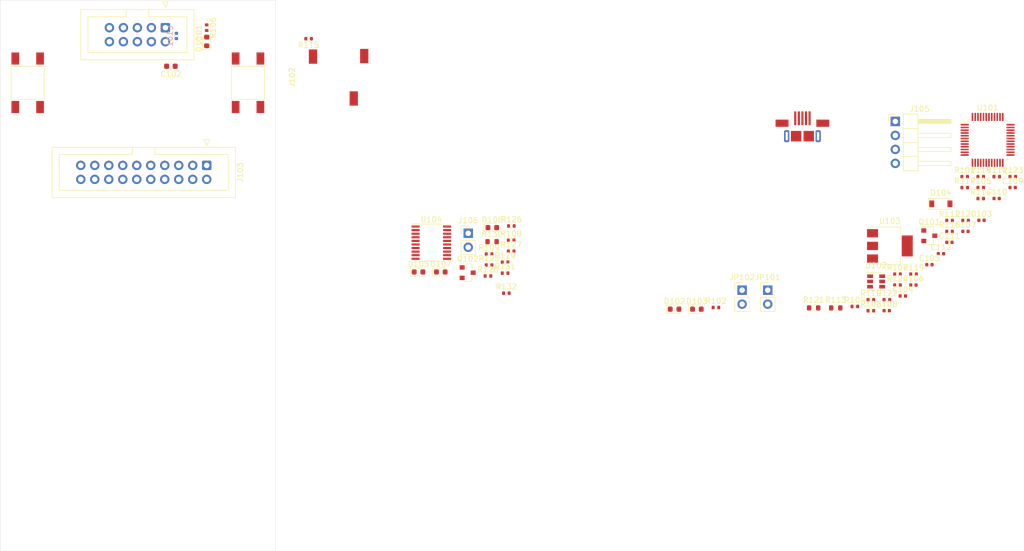
<source format=kicad_pcb>
(kicad_pcb (version 20211014) (generator pcbnew)
  (layers (0 "F.Cu" signal) (31 "B.Cu" power) (34 "B.Paste" user) (35 "F.Paste" user) (36 "B.SilkS" user "B.Silkscreen") (37 "F.SilkS" user "F.Silkscreen") (38 "B.Mask" user) (39 "F.Mask" user) (44 "Edge.Cuts" user))
  (net 0 "")
  (net 1 "GND")
  (net 2 "VDD")
  (net 3 "/STM_RST")
  (net 4 "MCO")
  (net 5 "+3V3")
  (net 6 "Net-(C109-Pad1)")
  (net 7 "Net-(D101-Pad2)")
  (net 8 "~{DBGLEDn}")
  (net 9 "Net-(D102-Pad2)")
  (net 10 "Net-(D103-Pad1)")
  (net 11 "VBUS")
  (net 12 "+5V")
  (net 13 "SWDIO")
  (net 14 "SWCLK")
  (net 15 "~{RESETn}")
  (net 16 "DBGUART_TX")
  (net 17 "DBGUART_RX")
  (net 18 "FORCE_BL")
  (net 19 "Net-(J102-Pad2)")
  (net 20 "Net-(J103-Pad2)")
  (net 21 "Net-(J103-Pad11)")
  (net 22 "Net-(J103-Pad5)")
  (net 23 "Net-(J103-Pad3)")
  (net 24 "Net-(J104-Pad4)")
  (net 25 "Net-(J104-Pad3)")
  (net 26 "Net-(J104-Pad2)")
  (net 27 "/STM_JTCK")
  (net 28 "/STM_JTMS")
  (net 29 "Net-(JP101-Pad2)")
  (net 30 "/PWR_EXT")
  (net 31 "Net-(Q101-Pad2)")
  (net 32 "Net-(Q101-Pad1)")
  (net 33 "/BOOT0")
  (net 34 "Net-(R103-Pad1)")
  (net 35 "Net-(R104-Pad2)")
  (net 36 "/AIN_1")
  (net 37 "STLINK_TX")
  (net 38 "STLINK_RX")
  (net 39 "Net-(R111-Pad1)")
  (net 40 "/T_JTMS")
  (net 41 "/T_SWDIO_IN")
  (net 42 "/LED_STLINK")
  (net 43 "/~{USB_RENUMn}")
  (net 44 "/USB_DM")
  (net 45 "/USB_DP")
  (net 46 "Net-(U101-Pad46)")
  (net 47 "Net-(U101-Pad45)")
  (net 48 "Net-(U101-Pad43)")
  (net 49 "Net-(U101-Pad42)")
  (net 50 "Net-(U101-Pad41)")
  (net 51 "Net-(U101-Pad40)")
  (net 52 "/T_SWO")
  (net 53 "/PWR_ENn")
  (net 54 "/T_JTCK")
  (net 55 "Net-(U101-Pad22)")
  (net 56 "Net-(U101-Pad19)")
  (net 57 "/T_NRST")
  (net 58 "/T_JTDI")
  (net 59 "/T_JTDO")
  (net 60 "Net-(U101-Pad14)")
  (net 61 "Net-(U101-Pad11)")
  (net 62 "/OSC_OUT")
  (net 63 "/OSC_IN")
  (net 64 "Net-(U101-Pad4)")
  (net 65 "Net-(D105-Pad2)")
  (net 66 "Net-(D106-Pad2)")
  (net 67 "Net-(D107-Pad2)")
  (net 68 "/SWO")
  (net 69 "/ST_OE")
  (net 70 "Net-(R108-Pad1)")
  (net 71 "Net-(R109-Pad1)")
  (net 72 "Net-(R125-Pad1)")
  (net 73 "Net-(U104-Pad10)")
  (net 74 "Net-(U104-Pad9)")
  (footprint "LED_SMD:LED_0603_1608Metric" (layer "F.Cu") (at 125.95 99.35)
    (fp_text reference "D105" (at 0 -1.43) (layer "F.SilkS"))
    (fp_text value "White 0603")
    (pad "1" smd roundrect locked (at -0.7875 0) (size 0.875 0.95) (layers "F.Cu" "F.Paste" "F.Mask") (net 1 "GND"))
    (pad "2" smd roundrect locked (at 0.7875 0) (size 0.875 0.95) (layers "F.Cu" "F.Paste" "F.Mask") (net 65 "Net-(D105-Pad2)"))
  )
  (footprint "LED_SMD:LED_0603_1608Metric" (layer "F.Cu") (at 139.35 91.3)
    (fp_text reference "D106" (at 0 -1.43) (layer "F.SilkS"))
    (fp_text value "White 0603")
    (pad "1" smd roundrect locked (at -0.7875 0) (size 0.875 0.95) (layers "F.Cu" "F.Paste" "F.Mask") (net 1 "GND"))
    (pad "2" smd roundrect locked (at 0.7875 0) (size 0.875 0.95) (layers "F.Cu" "F.Paste" "F.Mask") (net 66 "Net-(D106-Pad2)"))
  )
  (footprint "LED_SMD:LED_0603_1608Metric" (layer "F.Cu") (at 130 99.35)
    (fp_text reference "D107" (at 0 -1.43) (layer "F.SilkS"))
    (fp_text value "White 0603")
    (pad "1" smd roundrect locked (at -0.7875 0) (size 0.875 0.95) (layers "F.Cu" "F.Paste" "F.Mask") (net 1 "GND"))
    (pad "2" smd roundrect locked (at 0.7875 0) (size 0.875 0.95) (layers "F.Cu" "F.Paste" "F.Mask") (net 67 "Net-(D107-Pad2)"))
  )
  (footprint "Connector_PinHeader_2.54mm:PinHeader_1x02_P2.54mm_Vertical" (layer "F.Cu") (at 134.98 92.33)
    (fp_text reference "J106" (at 0 -2.33) (layer "F.SilkS"))
    (fp_text value "Conn_01x02")
    (pad "1" thru_hole rect locked (at 0 0) (size 1.7 1.7) (drill 1) (layers *.Cu *.Mask) (net 68 "/SWO"))
    (pad "2" thru_hole oval locked (at 0 2.54) (size 1.7 1.7) (drill 1) (layers *.Cu *.Mask) (net 1 "GND"))
  )
  (footprint "Package_TO_SOT_SMD:SOT-23" (layer "F.Cu") (at 134.88 99.48)
    (fp_text reference "Q102" (at 0 -2.5) (layer "F.SilkS"))
    (fp_text value "AO3400A")
    (pad "1" smd rect locked (at -1 -0.95) (size 0.9 0.8) (layers "F.Cu" "F.Paste" "F.Mask") (net 12 "+5V"))
    (pad "2" smd rect locked (at -1 0.95) (size 0.9 0.8) (layers "F.Cu" "F.Paste" "F.Mask") (net 1 "GND"))
    (pad "3" smd rect locked (at 1 0) (size 0.9 0.8) (layers "F.Cu" "F.Paste" "F.Mask") (net 69 "/ST_OE"))
  )
  (footprint "Resistor_SMD:R_0402_1005Metric" (layer "F.Cu") (at 142.77 93.59)
    (fp_text reference "R108" (at 0 -1.17) (layer "F.SilkS"))
    (fp_text value "100R")
    (pad "1" smd roundrect locked (at -0.51 0) (size 0.54 0.64) (layers "F.Cu" "F.Paste" "F.Mask") (net 70 "Net-(R108-Pad1)"))
    (pad "2" smd roundrect locked (at 0.51 0) (size 0.54 0.64) (layers "F.Cu" "F.Paste" "F.Mask") (net 17 "DBGUART_RX"))
  )
  (footprint "Resistor_SMD:R_0402_1005Metric" (layer "F.Cu") (at 138.76 96.1)
    (fp_text reference "R109" (at 0 -1.17) (layer "F.SilkS"))
    (fp_text value "10k")
    (pad "1" smd roundrect locked (at -0.51 0) (size 0.54 0.64) (layers "F.Cu" "F.Paste" "F.Mask") (net 71 "Net-(R109-Pad1)"))
    (pad "2" smd roundrect locked (at 0.51 0) (size 0.54 0.64) (layers "F.Cu" "F.Paste" "F.Mask") (net 1 "GND"))
  )
  (footprint "Resistor_SMD:R_0402_1005Metric" (layer "F.Cu") (at 138.76 98.09)
    (fp_text reference "R125" (at 0 -1.17) (layer "F.SilkS"))
    (fp_text value "10k")
    (pad "1" smd roundrect locked (at -0.51 0) (size 0.54 0.64) (layers "F.Cu" "F.Paste" "F.Mask") (net 72 "Net-(R125-Pad1)"))
    (pad "2" smd roundrect locked (at 0.51 0) (size 0.54 0.64) (layers "F.Cu" "F.Paste" "F.Mask") (net 1 "GND"))
  )
  (footprint "Resistor_SMD:R_0402_1005Metric" (layer "F.Cu") (at 142.81 91)
    (fp_text reference "R126" (at 0 -1.17) (layer "F.SilkS"))
    (fp_text value "100R")
    (pad "1" smd roundrect locked (at -0.51 0) (size 0.54 0.64) (layers "F.Cu" "F.Paste" "F.Mask") (net 17 "DBGUART_RX"))
    (pad "2" smd roundrect locked (at 0.51 0) (size 0.54 0.64) (layers "F.Cu" "F.Paste" "F.Mask") (net 22 "Net-(J103-Pad5)"))
  )
  (footprint "Resistor_SMD:R_0402_1005Metric" (layer "F.Cu") (at 142.77 95.58)
    (fp_text reference "R127" (at 0 -1.17) (layer "F.SilkS"))
    (fp_text value "100R")
    (pad "1" smd roundrect locked (at -0.51 0) (size 0.54 0.64) (layers "F.Cu" "F.Paste" "F.Mask") (net 66 "Net-(D106-Pad2)"))
    (pad "2" smd roundrect locked (at 0.51 0) (size 0.54 0.64) (layers "F.Cu" "F.Paste" "F.Mask") (net 5 "+3V3"))
  )
  (footprint "Resistor_SMD:R_0402_1005Metric" (layer "F.Cu") (at 138.56 100.08)
    (fp_text reference "R128" (at 0 -1.17) (layer "F.SilkS"))
    (fp_text value "100R")
    (pad "1" smd roundrect locked (at -0.51 0) (size 0.54 0.64) (layers "F.Cu" "F.Paste" "F.Mask") (net 67 "Net-(D107-Pad2)"))
    (pad "2" smd roundrect locked (at 0.51 0) (size 0.54 0.64) (layers "F.Cu" "F.Paste" "F.Mask") (net 2 "VDD"))
  )
  (footprint "Resistor_SMD:R_0402_1005Metric" (layer "F.Cu") (at 141.67 97.57)
    (fp_text reference "R129" (at 0 -1.17) (layer "F.SilkS"))
    (fp_text value "10k")
    (pad "1" smd roundrect locked (at -0.51 0) (size 0.54 0.64) (layers "F.Cu" "F.Paste" "F.Mask") (net 5 "+3V3"))
    (pad "2" smd roundrect locked (at 0.51 0) (size 0.54 0.64) (layers "F.Cu" "F.Paste" "F.Mask") (net 69 "/ST_OE"))
  )
  (footprint "Resistor_SMD:R_0603_1608Metric" (layer "F.Cu") (at 139.31 93.85)
    (fp_text reference "R130" (at 0 -1.43) (layer "F.SilkS"))
    (fp_text value "2k7")
    (pad "1" smd roundrect locked (at -0.825 0) (size 0.8 0.95) (layers "F.Cu" "F.Paste" "F.Mask") (net 65 "Net-(D105-Pad2)"))
    (pad "2" smd roundrect locked (at 0.825 0) (size 0.8 0.95) (layers "F.Cu" "F.Paste" "F.Mask") (net 12 "+5V"))
  )
  (footprint "Resistor_SMD:R_0402_1005Metric" (layer "F.Cu") (at 141.67 99.56)
    (fp_text reference "R131" (at 0 -1.17) (layer "F.SilkS"))
    (fp_text value "100k")
    (pad "1" smd roundrect locked (at -0.51 0) (size 0.54 0.64) (layers "F.Cu" "F.Paste" "F.Mask") (net 1 "GND"))
    (pad "2" smd roundrect locked (at 0.51 0) (size 0.54 0.64) (layers "F.Cu" "F.Paste" "F.Mask") (net 12 "+5V"))
  )
  (footprint "Package_SO:TSSOP-20_4.4x6.5mm_P0.65mm" (layer "F.Cu") (at 128.28 94.03)
    (fp_text reference "U104" (at 0 -4.2) (layer "F.SilkS"))
    (fp_text value "TXB0108PWR")
    (pad "1" smd roundrect locked (at -2.8625 -2.925) (size 1.475 0.4) (layers "F.Cu" "F.Paste" "F.Mask") (net 14 "SWCLK"))
    (pad "2" smd roundrect locked (at -2.8625 -2.275) (size 1.475 0.4) (layers "F.Cu" "F.Paste" "F.Mask") (net 13 "SWDIO"))
    (pad "3" smd roundrect locked (at -2.8625 -1.625) (size 1.475 0.4) (layers "F.Cu" "F.Paste" "F.Mask") (net 70 "Net-(R108-Pad1)"))
    (pad "4" smd roundrect locked (at -2.8625 -0.975) (size 1.475 0.4) (layers "F.Cu" "F.Paste" "F.Mask") (net 16 "DBGUART_TX"))
    (pad "5" smd roundrect locked (at -2.8625 -0.325) (size 1.475 0.4) (layers "F.Cu" "F.Paste" "F.Mask") (net 2 "VDD"))
    (pad "6" smd roundrect locked (at -2.8625 0.325) (size 1.475 0.4) (layers "F.Cu" "F.Paste" "F.Mask") (net 69 "/ST_OE"))
    (pad "7" smd roundrect locked (at -2.8625 0.975) (size 1.475 0.4) (layers "F.Cu" "F.Paste" "F.Mask") (net 15 "~{RESETn}"))
    (pad "8" smd roundrect locked (at -2.8625 1.625) (size 1.475 0.4) (layers "F.Cu" "F.Paste" "F.Mask") (net 68 "/SWO"))
    (pad "9" smd roundrect locked (at -2.8625 2.275) (size 1.475 0.4) (layers "F.Cu" "F.Paste" "F.Mask") (net 74 "Net-(U104-Pad9)"))
    (pad "10" smd roundrect locked (at -2.8625 2.925) (size 1.475 0.4) (layers "F.Cu" "F.Paste" "F.Mask") (net 73 "Net-(U104-Pad10)"))
    (pad "11" smd roundrect locked (at 2.8625 2.925) (size 1.475 0.4) (layers "F.Cu" "F.Paste" "F.Mask") (net 72 "Net-(R125-Pad1)"))
    (pad "12" smd roundrect locked (at 2.8625 2.275) (size 1.475 0.4) (layers "F.Cu" "F.Paste" "F.Mask") (net 71 "Net-(R109-Pad1)"))
    (pad "13" smd roundrect locked (at 2.8625 1.625) (size 1.475 0.4) (layers "F.Cu" "F.Paste" "F.Mask") (net 52 "/T_SWO"))
    (pad "14" smd roundrect locked (at 2.8625 0.975) (size 1.475 0.4) (layers "F.Cu" "F.Paste" "F.Mask") (net 57 "/T_NRST"))
    (pad "15" smd roundrect locked (at 2.8625 0.325) (size 1.475 0.4) (layers "F.Cu" "F.Paste" "F.Mask") (net 1 "GND"))
    (pad "16" smd roundrect locked (at 2.8625 -0.325) (size 1.475 0.4) (layers "F.Cu" "F.Paste" "F.Mask") (net 5 "+3V3"))
    (pad "17" smd roundrect locked (at 2.8625 -0.975) (size 1.475 0.4) (layers "F.Cu" "F.Paste" "F.Mask") (net 38 "STLINK_RX"))
    (pad "18" smd roundrect locked (at 2.8625 -1.625) (size 1.475 0.4) (layers "F.Cu" "F.Paste" "F.Mask") (net 37 "STLINK_TX"))
    (pad "19" smd roundrect locked (at 2.8625 -2.275) (size 1.475 0.4) (layers "F.Cu" "F.Paste" "F.Mask") (net 40 "/T_JTMS"))
    (pad "20" smd roundrect locked (at 2.8625 -2.925) (size 1.475 0.4) (layers "F.Cu" "F.Paste" "F.Mask") (net 54 "/T_JTCK"))
  )
  (footprint "Resistor_SMD:R_0402_1005Metric" (layer "F.Cu") (at 141.9 103.2)
    (fp_text reference "R132" (at 0 -1.17) (layer "F.SilkS"))
    (fp_text value "100k")
    (pad "1" smd roundrect locked (at -0.51 0) (size 0.54 0.64) (layers "F.Cu" "F.Paste" "F.Mask") (net 1 "GND"))
    (pad "2" smd roundrect locked (at 0.51 0) (size 0.54 0.64) (layers "F.Cu" "F.Paste" "F.Mask") (net 69 "/ST_OE"))
  )
  (footprint "Capacitor_SMD:C_0603_1608Metric" (layer "F.Cu") (at 81 62 180)
    (fp_text reference "C102" (at 0 -1.43) (layer "F.SilkS"))
    (fp_text value "10uF/10V")
    (pad "1" smd roundrect locked (at -0.775 0 180) (size 0.9 0.95) (layers "F.Cu" "F.Paste" "F.Mask") (net 2 "VDD"))
    (pad "2" smd roundrect locked (at 0.775 0 180) (size 0.9 0.95) (layers "F.Cu" "F.Paste" "F.Mask") (net 1 "GND"))
  )
  (footprint "Capacitor_SMD:C_0402_1005Metric" (layer "F.Cu") (at 228.16 89.97)
    (fp_text reference "C103" (at 0 -1.16) (layer "F.SilkS"))
    (fp_text value "100nF")
    (pad "1" smd roundrect locked (at -0.48 0) (size 0.56 0.62) (layers "F.Cu" "F.Paste" "F.Mask") (net 3 "/STM_RST"))
    (pad "2" smd roundrect locked (at 0.48 0) (size 0.56 0.62) (layers "F.Cu" "F.Paste" "F.Mask") (net 1 "GND"))
  )
  (footprint "Capacitor_SMD:C_0402_1005Metric" (layer "F.Cu") (at 213.87 103.71)
    (fp_text reference "C104" (at 0 -1.16) (layer "F.SilkS"))
    (fp_text value "20pF [DNM]")
    (pad "1" smd roundrect locked (at -0.48 0) (size 0.56 0.62) (layers "F.Cu" "F.Paste" "F.Mask") (net 1 "GND"))
    (pad "2" smd roundrect locked (at 0.48 0) (size 0.56 0.62) (layers "F.Cu" "F.Paste" "F.Mask") (net 4 "MCO"))
  )
  (footprint "Capacitor_SMD:C_0402_1005Metric" (layer "F.Cu") (at 218.71 98.02)
    (fp_text reference "C105" (at 0 -1.16) (layer "F.SilkS"))
    (fp_text value "100nF")
    (pad "1" smd roundrect locked (at -0.48 0) (size 0.56 0.62) (layers "F.Cu" "F.Paste" "F.Mask") (net 5 "+3V3"))
    (pad "2" smd roundrect locked (at 0.48 0) (size 0.56 0.62) (layers "F.Cu" "F.Paste" "F.Mask") (net 1 "GND"))
  )
  (footprint "Capacitor_SMD:C_0402_1005Metric" (layer "F.Cu") (at 215.8 101.72)
    (fp_text reference "C106" (at 0 -1.16) (layer "F.SilkS"))
    (fp_text value "100nF")
    (pad "1" smd roundrect locked (at -0.48 0) (size 0.56 0.62) (layers "F.Cu" "F.Paste" "F.Mask") (net 5 "+3V3"))
    (pad "2" smd roundrect locked (at 0.48 0) (size 0.56 0.62) (layers "F.Cu" "F.Paste" "F.Mask") (net 1 "GND"))
  )
  (footprint "Capacitor_SMD:C_0402_1005Metric" (layer "F.Cu") (at 225.25 91.98)
    (fp_text reference "C107" (at 0 -1.16) (layer "F.SilkS"))
    (fp_text value "100nF")
    (pad "1" smd roundrect locked (at -0.48 0) (size 0.56 0.62) (layers "F.Cu" "F.Paste" "F.Mask") (net 5 "+3V3"))
    (pad "2" smd roundrect locked (at 0.48 0) (size 0.56 0.62) (layers "F.Cu" "F.Paste" "F.Mask") (net 1 "GND"))
  )
  (footprint "Capacitor_SMD:C_0402_1005Metric" (layer "F.Cu") (at 210.96 106.37)
    (fp_text reference "C108" (at 0 -1.16) (layer "F.SilkS"))
    (fp_text value "100nF")
    (pad "1" smd roundrect locked (at -0.48 0) (size 0.56 0.62) (layers "F.Cu" "F.Paste" "F.Mask") (net 5 "+3V3"))
    (pad "2" smd roundrect locked (at 0.48 0) (size 0.56 0.62) (layers "F.Cu" "F.Paste" "F.Mask") (net 1 "GND"))
  )
  (footprint "Capacitor_SMD:C_0402_1005Metric" (layer "F.Cu") (at 233.82 84.02)
    (fp_text reference "C109" (at 0 -1.16) (layer "F.SilkS"))
    (fp_text value "1uF")
    (pad "1" smd roundrect locked (at -0.48 0) (size 0.56 0.62) (layers "F.Cu" "F.Paste" "F.Mask") (net 6 "Net-(C109-Pad1)"))
    (pad "2" smd roundrect locked (at 0.48 0) (size 0.56 0.62) (layers "F.Cu" "F.Paste" "F.Mask") (net 1 "GND"))
  )
  (footprint "Capacitor_SMD:C_0402_1005Metric" (layer "F.Cu") (at 230.91 86.01)
    (fp_text reference "C110" (at 0 -1.16) (layer "F.SilkS"))
    (fp_text value "100nF")
    (pad "1" smd roundrect locked (at -0.48 0) (size 0.56 0.62) (layers "F.Cu" "F.Paste" "F.Mask") (net 6 "Net-(C109-Pad1)"))
    (pad "2" smd roundrect locked (at 0.48 0) (size 0.56 0.62) (layers "F.Cu" "F.Paste" "F.Mask") (net 1 "GND"))
  )
  (footprint "Capacitor_SMD:C_0402_1005Metric" (layer "F.Cu") (at 222.34 93.97)
    (fp_text reference "C111" (at 0 -1.16) (layer "F.SilkS"))
    (fp_text value "100nF")
    (pad "1" smd roundrect locked (at -0.48 0) (size 0.56 0.62) (layers "F.Cu" "F.Paste" "F.Mask") (net 5 "+3V3"))
    (pad "2" smd roundrect locked (at 0.48 0) (size 0.56 0.62) (layers "F.Cu" "F.Paste" "F.Mask") (net 1 "GND"))
  )
  (footprint "Capacitor_SMD:C_0402_1005Metric" (layer "F.Cu") (at 220.8 96.03)
    (fp_text reference "C112" (at 0 -1.16) (layer "F.SilkS"))
    (fp_text value "1uF")
    (pad "1" smd roundrect locked (at -0.48 0) (size 0.56 0.62) (layers "F.Cu" "F.Paste" "F.Mask") (net 5 "+3V3"))
    (pad "2" smd roundrect locked (at 0.48 0) (size 0.56 0.62) (layers "F.Cu" "F.Paste" "F.Mask") (net 1 "GND"))
  )
  (footprint "LED_SMD:LED_0603_1608Metric" (layer "F.Cu") (at 87.5 57.5 90)
    (fp_text reference "D101" (at 0 -1.43 90) (layer "F.SilkS"))
    (fp_text value "Red 0603")
    (pad "1" smd roundrect locked (at -0.7875 0 90) (size 0.875 0.95) (layers "F.Cu" "F.Paste" "F.Mask") (net 8 "~{DBGLEDn}"))
    (pad "2" smd roundrect locked (at 0.7875 0 90) (size 0.875 0.95) (layers "F.Cu" "F.Paste" "F.Mask") (net 7 "Net-(D101-Pad2)"))
  )
  (footprint "LED_SMD:LED_0603_1608Metric" (layer "F.Cu") (at 172.44 106.1)
    (fp_text reference "D102" (at 0 -1.43) (layer "F.SilkS"))
    (fp_text value "Red 0603")
    (pad "1" smd roundrect locked (at -0.7875 0) (size 0.875 0.95) (layers "F.Cu" "F.Paste" "F.Mask") (net 1 "GND"))
    (pad "2" smd roundrect locked (at 0.7875 0) (size 0.875 0.95) (layers "F.Cu" "F.Paste" "F.Mask") (net 9 "Net-(D102-Pad2)"))
  )
  (footprint "LED_SMD:LED_0603_1608Metric" (layer "F.Cu") (at 176.49 106.1)
    (fp_text reference "D103" (at 0 -1.43) (layer "F.SilkS"))
    (fp_text value "Green 0603")
    (pad "1" smd roundrect locked (at -0.7875 0) (size 0.875 0.95) (layers "F.Cu" "F.Paste" "F.Mask") (net 10 "Net-(D103-Pad1)"))
    (pad "2" smd roundrect locked (at 0.7875 0) (size 0.875 0.95) (layers "F.Cu" "F.Paste" "F.Mask") (net 5 "+3V3"))
  )
  (footprint "Diode_SMD:D_SOD-123" (layer "F.Cu") (at 220.78 86.97)
    (fp_text reference "D104" (at 0 -2) (layer "F.SilkS"))
    (fp_text value "B5819W")
    (pad "1" smd rect locked (at -1.65 0) (size 0.9 1.2) (layers "F.Cu" "F.Paste" "F.Mask") (net 6 "Net-(C109-Pad1)"))
    (pad "2" smd rect locked (at 1.65 0) (size 0.9 1.2) (layers "F.Cu" "F.Paste" "F.Mask") (net 11 "VBUS"))
  )
  (footprint "Connector_IDC:IDC-Header_2x05_P2.54mm_Vertical" (layer "F.Cu") (at 80 55 -90)
    (fp_text reference "J101" (at 1.27 -6.1 90) (layer "F.SilkS"))
    (fp_text value "IDC_2x5")
    (pad "1" thru_hole roundrect locked (at 0 0 270) (size 1.7 1.7) (drill 1) (layers *.Cu *.Mask) (roundrect_rratio 0.147059) (net 2 "VDD"))
    (pad "2" thru_hole circle locked (at 2.54 0 270) (size 1.7 1.7) (drill 1) (layers *.Cu *.Mask) (net 1 "GND"))
    (pad "3" thru_hole circle locked (at 0 2.54 270) (size 1.7 1.7) (drill 1) (layers *.Cu *.Mask) (net 18 "FORCE_BL"))
    (pad "4" thru_hole circle locked (at 2.54 2.54 270) (size 1.7 1.7) (drill 1) (layers *.Cu *.Mask) (net 14 "SWCLK"))
    (pad "5" thru_hole circle locked (at 0 5.08 270) (size 1.7 1.7) (drill 1) (layers *.Cu *.Mask) (net 17 "DBGUART_RX"))
    (pad "6" thru_hole circle locked (at 2.54 5.08 270) (size 1.7 1.7) (drill 1) (layers *.Cu *.Mask) (net 8 "~{DBGLEDn}"))
    (pad "7" thru_hole circle locked (at 0 7.62 270) (size 1.7 1.7) (drill 1) (layers *.Cu *.Mask) (net 16 "DBGUART_TX"))
    (pad "8" thru_hole circle locked (at 2.54 7.62 270) (size 1.7 1.7) (drill 1) (layers *.Cu *.Mask) (net 13 "SWDIO"))
    (pad "9" thru_hole circle locked (at 0 10.16 270) (size 1.7 1.7) (drill 1) (layers *.Cu *.Mask) (net 15 "~{RESETn}"))
    (pad "10" thru_hole circle locked (at 2.54 10.16 270) (size 1.7 1.7) (drill 1) (layers *.Cu *.Mask) (net 1 "GND"))
  )
  (footprint "customlib_mj_fp:STX3501_smd" (layer "F.Cu") (at 115 64 -90)
    (fp_text reference "J102" (at 0 12 90) (layer "F.SilkS"))
    (fp_text value "STX-3501-3N_(TTL-232R-xV-AJ)" hide)
    (pad "" np_thru_hole circle locked (at 0 7 270) (size 1.6 1.6) (drill 1.6) (layers *.Cu *.Mask))
    (pad "" np_thru_hole circle locked (at 0 0 270) (size 1.6 1.6) (drill 1.6) (layers *.Cu *.Mask))
    (pad "1" smd rect locked (at -3.85 -1.1 270) (size 2.6 1.5) (layers "F.Cu" "F.Paste" "F.Mask") (net 1 "GND"))
    (pad "2" smd rect locked (at -3.75 8.2 270) (size 2.6 1.5) (layers "F.Cu" "F.Paste" "F.Mask") (net 19 "Net-(J102-Pad2)"))
    (pad "3" smd rect locked (at 3.85 0.8 270) (size 2.6 1.5) (layers "F.Cu" "F.Paste" "F.Mask") (net 16 "DBGUART_TX"))
  )
  (footprint "Connector_IDC:IDC-Header_2x10_P2.54mm_Vertical" (layer "F.Cu") (at 87.5 80 -90)
    (fp_text reference "J103" (at 1.27 -6.1 90) (layer "F.SilkS"))
    (fp_text value "JLink 20-pin IDC")
    (pad "1" thru_hole roundrect locked (at 0 0 270) (size 1.7 1.7) (drill 1) (layers *.Cu *.Mask) (roundrect_rratio 0.147059) (net 2 "VDD"))
    (pad "2" thru_hole circle locked (at 2.54 0 270) (size 1.7 1.7) (drill 1) (layers *.Cu *.Mask) (net 20 "Net-(J103-Pad2)"))
    (pad "3" thru_hole circle locked (at 0 2.54 270) (size 1.7 1.7) (drill 1) (layers *.Cu *.Mask) (net 23 "Net-(J103-Pad3)"))
    (pad "4" thru_hole circle locked (at 2.54 2.54 270) (size 1.7 1.7) (drill 1) (layers *.Cu *.Mask) (net 1 "GND"))
    (pad "5" thru_hole circle locked (at 0 5.08 270) (size 1.7 1.7) (drill 1) (layers *.Cu *.Mask) (net 22 "Net-(J103-Pad5)"))
    (pad "6" thru_hole circle locked (at 2.54 5.08 270) (size 1.7 1.7) (drill 1) (layers *.Cu *.Mask) (net 1 "GND"))
    (pad "7" thru_hole circle locked (at 0 7.62 270) (size 1.7 1.7) (drill 1) (layers *.Cu *.Mask) (net 13 "SWDIO"))
    (pad "8" thru_hole circle locked (at 2.54 7.62 270) (size 1.7 1.7) (drill 1) (layers *.Cu *.Mask) (net 1 "GND"))
    (pad "9" thru_hole circle locked (at 0 10.16 270) (size 1.7 1.7) (drill 1) (layers *.Cu *.Mask) (net 14 "SWCLK"))
    (pad "10" thru_hole circle locked (at 2.54 10.16 270) (size 1.7 1.7) (drill 1) (layers *.Cu *.Mask) (net 1 "GND"))
    (pad "11" thru_hole circle locked (at 0 12.7 270) (size 1.7 1.7) (drill 1) (layers *.Cu *.Mask) (net 21 "Net-(J103-Pad11)"))
    (pad "12" thru_hole circle locked (at 2.54 12.7 270) (size 1.7 1.7) (drill 1) (layers *.Cu *.Mask) (net 1 "GND"))
    (pad "13" thru_hole circle locked (at 0 15.24 270) (size 1.7 1.7) (drill 1) (layers *.Cu *.Mask) (net 68 "/SWO"))
    (pad "14" thru_hole circle locked (at 2.54 15.24 270) (size 1.7 1.7) (drill 1) (layers *.Cu *.Mask) (net 1 "GND"))
    (pad "15" thru_hole circle locked (at 0 17.78 270) (size 1.7 1.7) (drill 1) (layers *.Cu *.Mask) (net 15 "~{RESETn}"))
    (pad "16" thru_hole circle locked (at 2.54 17.78 270) (size 1.7 1.7) (drill 1) (layers *.Cu *.Mask) (net 1 "GND"))
    (pad "17" thru_hole circle locked (at 0 20.32 270) (size 1.7 1.7) (drill 1) (layers *.Cu *.Mask) (net 16 "DBGUART_TX"))
    (pad "18" thru_hole circle locked (at 2.54 20.32 270) (size 1.7 1.7) (drill 1) (layers *.Cu *.Mask) (net 1 "GND"))
    (pad "19" thru_hole circle locked (at 0 22.86 270) (size 1.7 1.7) (drill 1) (layers *.Cu *.Mask) (net 12 "+5V"))
    (pad "20" thru_hole circle locked (at 2.54 22.86 270) (size 1.7 1.7) (drill 1) (layers *.Cu *.Mask) (net 1 "GND"))
  )
  (footprint "customlib_mj_fp:microUSB_5p-LCSC-Jing_Extension" (layer "F.Cu") (at 195.65 76.144999)
    (fp_text reference "J104" hide)
    (fp_text value "microUSB_5p" hide)
    (pad "" np_thru_hole circle locked (at 2 -3.6) (size 0.6 0.6) (drill 0.6) (layers *.Cu *.Mask))
    (pad "" np_thru_hole circle locked (at -2 -3.6) (size 0.6 0.6) (drill 0.6) (layers *.Cu *.Mask))
    (pad "1" smd rect locked (at -1.3 -4.7) (size 0.4 2.5) (layers "F.Cu" "F.Paste" "F.Mask") (net 11 "VBUS"))
    (pad "2" smd rect locked (at -0.65 -4.7) (size 0.4 2.5) (layers "F.Cu" "F.Paste" "F.Mask") (net 26 "Net-(J104-Pad2)"))
    (pad "3" smd rect locked (at 0 -4.7) (size 0.4 2.5) (layers "F.Cu" "F.Paste" "F.Mask") (net 25 "Net-(J104-Pad3)"))
    (pad "4" smd rect locked (at 0.65 -4.7) (size 0.4 2.5) (layers "F.Cu" "F.Paste" "F.Mask") (net 24 "Net-(J104-Pad4)"))
    (pad "5" smd rect locked (at 1.3 -4.7) (size 0.4 2.5) (layers "F.Cu" "F.Paste" "F.Mask") (net 1 "GND"))
    (pad "6" smd rect locked (at -3.7 -3.8) (size 2.35 1.3) (layers "F.Cu" "F.Paste" "F.Mask") (net 1 "GND"))
    (pad "7" smd rect locked (at 3.7 -3.8) (size 2.35 1.3) (layers "F.Cu" "F.Paste" "F.Mask") (net 1 "GND"))
    (pad "8" smd rect locked (at -1.15 -1.45) (size 1.9 1.9) (layers "F.Cu" "F.Mask") (net 1 "GND"))
    (pad "9" smd rect locked (at 1.15 -1.45) (size 1.9 1.9) (layers "F.Cu" "F.Mask") (net 1 "GND"))
    (pad "10" thru_hole roundrect locked (at -2.85 -1.45) (size 0.95 2.15) (drill oval 0.4 1.55) (layers *.Cu *.Mask) (net 1 "GND"))
    (pad "11" thru_hole roundrect locked (at 2.85 -1.45) (size 0.95 2.15) (drill oval 0.4 1.55) (layers *.Cu *.Mask) (net 1 "GND"))
  )
  (footprint "Connector_PinHeader_2.54mm:PinHeader_1x04_P2.54mm_Horizontal" (layer "F.Cu") (at 212.52 72.02)
    (fp_text reference "J105" (at 4.385 -2.27) (layer "F.SilkS"))
    (fp_text value "Conn_01x04")
    (pad "1" thru_hole rect locked (at 0 0) (size 1.7 1.7) (drill 1) (layers *.Cu *.Mask) (net 5 "+3V3"))
    (pad "2" thru_hole oval locked (at 0 2.54) (size 1.7 1.7) (drill 1) (layers *.Cu *.Mask) (net 28 "/STM_JTMS"))
    (pad "3" thru_hole oval locked (at 0 5.08) (size 1.7 1.7) (drill 1) (layers *.Cu *.Mask) (net 27 "/STM_JTCK"))
    (pad "4" thru_hole oval locked (at 0 7.62) (size 1.7 1.7) (drill 1) (layers *.Cu *.Mask) (net 1 "GND"))
  )
  (footprint "Connector_PinHeader_2.54mm:PinHeader_1x02_P2.54mm_Vertical" (layer "F.Cu") (at 189.35 102.65)
    (fp_text reference "JP101" (at 0 -2.33) (layer "F.SilkS"))
    (fp_text value "Conn_02x01")
    (pad "1" thru_hole rect locked (at 0 0) (size 1.7 1.7) (drill 1) (layers *.Cu *.Mask) (net 1 "GND"))
    (pad "2" thru_hole oval locked (at 0 2.54) (size 1.7 1.7) (drill 1) (layers *.Cu *.Mask) (net 29 "Net-(JP101-Pad2)"))
  )
  (footprint "Connector_PinHeader_2.54mm:PinHeader_1x02_P2.54mm_Vertical" (layer "F.Cu") (at 184.7 102.65)
    (fp_text reference "JP102" (at 0 -2.33) (layer "F.SilkS"))
    (fp_text value "Conn_02x01")
    (pad "1" thru_hole rect locked (at 0 0) (size 1.7 1.7) (drill 1) (layers *.Cu *.Mask) (net 30 "/PWR_EXT"))
    (pad "2" thru_hole oval locked (at 0 2.54) (size 1.7 1.7) (drill 1) (layers *.Cu *.Mask) (net 5 "+3V3"))
  )
  (footprint "Package_TO_SOT_SMD:SOT-23" (layer "F.Cu") (at 218.68 92.77)
    (fp_text reference "Q101" (at 0 -2.5) (layer "F.SilkS"))
    (fp_text value "S9013")
    (pad "1" smd rect locked (at -1 -0.95) (size 0.9 0.8) (layers "F.Cu" "F.Paste" "F.Mask") (net 32 "Net-(Q101-Pad1)"))
    (pad "2" smd rect locked (at -1 0.95) (size 0.9 0.8) (layers "F.Cu" "F.Paste" "F.Mask") (net 31 "Net-(Q101-Pad2)"))
    (pad "3" smd rect locked (at 1 0) (size 0.9 0.8) (layers "F.Cu" "F.Paste" "F.Mask") (net 5 "+3V3"))
  )
  (footprint "Resistor_SMD:R_0402_1005Metric" (layer "F.Cu") (at 225.11 82.04)
    (fp_text reference "R101" (at 0 -1.17) (layer "F.SilkS"))
    (fp_text value "100k")
    (pad "1" smd roundrect locked (at -0.51 0) (size 0.54 0.64) (layers "F.Cu" "F.Paste" "F.Mask") (net 3 "/STM_RST"))
    (pad "2" smd roundrect locked (at 0.51 0) (size 0.54 0.64) (layers "F.Cu" "F.Paste" "F.Mask") (net 5 "+3V3"))
  )
  (footprint "Resistor_SMD:R_0402_1005Metric" (layer "F.Cu") (at 179.95 105.8)
    (fp_text reference "R102" (at 0 -1.17) (layer "F.SilkS"))
    (fp_text value "100k")
    (pad "1" smd roundrect locked (at -0.51 0) (size 0.54 0.64) (layers "F.Cu" "F.Paste" "F.Mask") (net 33 "/BOOT0"))
    (pad "2" smd roundrect locked (at 0.51 0) (size 0.54 0.64) (layers "F.Cu" "F.Paste" "F.Mask") (net 1 "GND"))
  )
  (footprint "Resistor_SMD:R_0402_1005Metric" (layer "F.Cu") (at 208.07 106.38)
    (fp_text reference "R103" (at 0 -1.17) (layer "F.SilkS"))
    (fp_text value "10k")
    (pad "1" smd roundrect locked (at -0.51 0) (size 0.54 0.64) (layers "F.Cu" "F.Paste" "F.Mask") (net 34 "Net-(R103-Pad1)"))
    (pad "2" smd roundrect locked (at 0.51 0) (size 0.54 0.64) (layers "F.Cu" "F.Paste" "F.Mask") (net 1 "GND"))
  )
  (footprint "Resistor_SMD:R_0402_1005Metric" (layer "F.Cu") (at 205.16 105.61)
    (fp_text reference "R104" (at 0 -1.17) (layer "F.SilkS"))
    (fp_text value "DNM")
    (pad "1" smd roundrect locked (at -0.51 0) (size 0.54 0.64) (layers "F.Cu" "F.Paste" "F.Mask") (net 1 "GND"))
    (pad "2" smd roundrect locked (at 0.51 0) (size 0.54 0.64) (layers "F.Cu" "F.Paste" "F.Mask") (net 35 "Net-(R104-Pad2)"))
  )
  (footprint "Resistor_SMD:R_0402_1005Metric" (layer "F.Cu") (at 228.02 84.03)
    (fp_text reference "R105" (at 0 -1.17) (layer "F.SilkS"))
    (fp_text value "4k7")
    (pad "1" smd roundrect locked (at -0.51 0) (size 0.54 0.64) (layers "F.Cu" "F.Paste" "F.Mask") (net 5 "+3V3"))
    (pad "2" smd roundrect locked (at 0.51 0) (size 0.54 0.64) (layers "F.Cu" "F.Paste" "F.Mask") (net 36 "/AIN_1"))
  )
  (footprint "Resistor_SMD:R_0402_1005Metric" (layer "F.Cu") (at 87.5 55 -90)
    (fp_text reference "R106" (at 0 -1.17 90) (layer "F.SilkS"))
    (fp_text value "1k")
    (pad "1" smd roundrect locked (at -0.51 0 270) (size 0.54 0.64) (layers "F.Cu" "F.Paste" "F.Mask") (net 2 "VDD"))
    (pad "2" smd roundrect locked (at 0.51 0 270) (size 0.54 0.64) (layers "F.Cu" "F.Paste" "F.Mask") (net 7 "Net-(D101-Pad2)"))
  )
  (footprint "Resistor_SMD:R_0402_1005Metric" (layer "F.Cu") (at 212.91 99.74)
    (fp_text reference "R107" (at 0 -1.17) (layer "F.SilkS"))
    (fp_text value "4k7")
    (pad "1" smd roundrect locked (at -0.51 0) (size 0.54 0.64) (layers "F.Cu" "F.Paste" "F.Mask") (net 36 "/AIN_1"))
    (pad "2" smd roundrect locked (at 0.51 0) (size 0.54 0.64) (layers "F.Cu" "F.Paste" "F.Mask") (net 1 "GND"))
  )
  (footprint "Resistor_SMD:R_0402_1005Metric" (layer "F.Cu") (at 208.07 104.39)
    (fp_text reference "R110" (at 0 -1.17) (layer "F.SilkS"))
    (fp_text value "DNM")
    (pad "1" smd roundrect locked (at -0.51 0) (size 0.54 0.64) (layers "F.Cu" "F.Paste" "F.Mask") (net 29 "Net-(JP101-Pad2)"))
    (pad "2" smd roundrect locked (at 0.51 0) (size 0.54 0.64) (layers "F.Cu" "F.Paste" "F.Mask") (net 5 "+3V3"))
  )
  (footprint "Resistor_SMD:R_0402_1005Metric" (layer "F.Cu") (at 230.93 82.04)
    (fp_text reference "R111" (at 0 -1.17) (layer "F.SilkS"))
    (fp_text value "100R")
    (pad "1" smd roundrect locked (at -0.51 0) (size 0.54 0.64) (layers "F.Cu" "F.Paste" "F.Mask") (net 39 "Net-(R111-Pad1)"))
    (pad "2" smd roundrect locked (at 0.51 0) (size 0.54 0.64) (layers "F.Cu" "F.Paste" "F.Mask") (net 4 "MCO"))
  )
  (footprint "Resistor_SMD:R_0402_1005Metric" (layer "F.Cu") (at 222.36 90)
    (fp_text reference "R112" (at 0 -1.17) (layer "F.SilkS"))
    (fp_text value "100R")
    (pad "1" smd roundrect locked (at -0.51 0) (size 0.54 0.64) (layers "F.Cu" "F.Paste" "F.Mask") (net 41 "/T_SWDIO_IN"))
    (pad "2" smd roundrect locked (at 0.51 0) (size 0.54 0.64) (layers "F.Cu" "F.Paste" "F.Mask") (net 40 "/T_JTMS"))
  )
  (footprint "Resistor_SMD:R_0603_1608Metric" (layer "F.Cu") (at 201.7 105.87)
    (fp_text reference "R113" (at 0 -1.43) (layer "F.SilkS"))
    (fp_text value "2k7")
    (pad "1" smd roundrect locked (at -0.825 0) (size 0.8 0.95) (layers "F.Cu" "F.Paste" "F.Mask") (net 12 "+5V"))
    (pad "2" smd roundrect locked (at 0.825 0) (size 0.8 0.95) (layers "F.Cu" "F.Paste" "F.Mask") (net 30 "/PWR_EXT"))
  )
  (footprint "Resistor_SMD:R_0402_1005Metric" (layer "F.Cu") (at 228.02 86.02)
    (fp_text reference "R114" (at 0 -1.17) (layer "F.SilkS"))
    (fp_text value "4k7")
    (pad "1" smd roundrect locked (at -0.51 0) (size 0.54 0.64) (layers "F.Cu" "F.Paste" "F.Mask") (net 30 "/PWR_EXT"))
    (pad "2" smd roundrect locked (at 0.51 0) (size 0.54 0.64) (layers "F.Cu" "F.Paste" "F.Mask") (net 1 "GND"))
  )
  (footprint "Resistor_SMD:R_0402_1005Metric" (layer "F.Cu") (at 106 57 180)
    (fp_text reference "R115" (at 0 -1.17) (layer "F.SilkS"))
    (fp_text value "100R")
    (pad "1" smd roundrect locked (at -0.51 0 180) (size 0.54 0.64) (layers "F.Cu" "F.Paste" "F.Mask") (net 19 "Net-(J102-Pad2)"))
    (pad "2" smd roundrect locked (at 0.51 0 180) (size 0.54 0.64) (layers "F.Cu" "F.Paste" "F.Mask") (net 17 "DBGUART_RX"))
  )
  (footprint "Resistor_SMD:R_0402_1005Metric" (layer "F.Cu") (at 222.36 91.99)
    (fp_text reference "R116" (at 0 -1.17) (layer "F.SilkS"))
    (fp_text value "1k")
    (pad "1" smd roundrect locked (at -0.51 0) (size 0.54 0.64) (layers "F.Cu" "F.Paste" "F.Mask") (net 9 "Net-(D102-Pad2)"))
    (pad "2" smd roundrect locked (at 0.51 0) (size 0.54 0.64) (layers "F.Cu" "F.Paste" "F.Mask") (net 42 "/LED_STLINK"))
  )
  (footprint "Resistor_SMD:R_0402_1005Metric" (layer "F.Cu") (at 225.11 84.03)
    (fp_text reference "R117" (at 0 -1.17) (layer "F.SilkS"))
    (fp_text value "1k")
    (pad "1" smd roundrect locked (at -0.51 0) (size 0.54 0.64) (layers "F.Cu" "F.Paste" "F.Mask") (net 10 "Net-(D103-Pad1)"))
    (pad "2" smd roundrect locked (at 0.51 0) (size 0.54 0.64) (layers "F.Cu" "F.Paste" "F.Mask") (net 42 "/LED_STLINK"))
  )
  (footprint "Resistor_SMD:R_0402_1005Metric" (layer "F.Cu") (at 228.02 82.04)
    (fp_text reference "R118" (at 0 -1.17) (layer "F.SilkS"))
    (fp_text value "10k")
    (pad "1" smd roundrect locked (at -0.51 0) (size 0.54 0.64) (layers "F.Cu" "F.Paste" "F.Mask") (net 11 "VBUS"))
    (pad "2" smd roundrect locked (at 0.51 0) (size 0.54 0.64) (layers "F.Cu" "F.Paste" "F.Mask") (net 31 "Net-(Q101-Pad2)"))
  )
  (footprint "Resistor_SMD:R_0402_1005Metric" (layer "F.Cu") (at 215.82 99.74)
    (fp_text reference "R119" (at 0 -1.17) (layer "F.SilkS"))
    (fp_text value "100R")
    (pad "1" smd roundrect locked (at -0.51 0) (size 0.54 0.64) (layers "F.Cu" "F.Paste" "F.Mask") (net 43 "/~{USB_RENUMn}"))
    (pad "2" smd roundrect locked (at 0.51 0) (size 0.54 0.64) (layers "F.Cu" "F.Paste" "F.Mask") (net 31 "Net-(Q101-Pad2)"))
  )
  (footprint "Resistor_SMD:R_0402_1005Metric" (layer "F.Cu") (at 225.27 90)
    (fp_text reference "R120" (at 0 -1.17) (layer "F.SilkS"))
    (fp_text value "1k5")
    (pad "1" smd roundrect locked (at -0.51 0) (size 0.54 0.64) (layers "F.Cu" "F.Paste" "F.Mask") (net 32 "Net-(Q101-Pad1)"))
    (pad "2" smd roundrect locked (at 0.51 0) (size 0.54 0.64) (layers "F.Cu" "F.Paste" "F.Mask") (net 25 "Net-(J104-Pad3)"))
  )
  (footprint "Resistor_SMD:R_0603_1608Metric" (layer "F.Cu") (at 197.69 105.87)
    (fp_text reference "R121" (at 0 -1.43) (layer "F.SilkS"))
    (fp_text value "36k")
    (pad "1" smd roundrect locked (at -0.825 0) (size 0.8 0.95) (layers "F.Cu" "F.Paste" "F.Mask") (net 31 "Net-(Q101-Pad2)"))
    (pad "2" smd roundrect locked (at 0.825 0) (size 0.8 0.95) (layers "F.Cu" "F.Paste" "F.Mask") (net 1 "GND"))
  )
  (footprint "Resistor_SMD:R_0402_1005Metric" (layer "F.Cu") (at 210.98 104.39)
    (fp_text reference "R122" (at 0 -1.17) (layer "F.SilkS"))
    (fp_text value "0R")
    (pad "1" smd roundrect locked (at -0.51 0) (size 0.54 0.64) (layers "F.Cu" "F.Paste" "F.Mask") (net 44 "/USB_DM"))
    (pad "2" smd roundrect locked (at 0.51 0) (size 0.54 0.64) (layers "F.Cu" "F.Paste" "F.Mask") (net 26 "Net-(J104-Pad2)"))
  )
  (footprint "Resistor_SMD:R_0402_1005Metric" (layer "F.Cu") (at 233.84 82.04)
    (fp_text reference "R123" (at 0 -1.17) (layer "F.SilkS"))
    (fp_text value "0R")
    (pad "1" smd roundrect locked (at -0.51 0) (size 0.54 0.64) (layers "F.Cu" "F.Paste" "F.Mask") (net 45 "/USB_DP"))
    (pad "2" smd roundrect locked (at 0.51 0) (size 0.54 0.64) (layers "F.Cu" "F.Paste" "F.Mask") (net 25 "Net-(J104-Pad3)"))
  )
  (footprint "Resistor_SMD:R_0402_1005Metric" (layer "F.Cu") (at 212.91 101.73)
    (fp_text reference "R124" (at 0 -1.17) (layer "F.SilkS"))
    (fp_text value "100k")
    (pad "1" smd roundrect locked (at -0.51 0) (size 0.54 0.64) (layers "F.Cu" "F.Paste" "F.Mask") (net 1 "GND"))
    (pad "2" smd roundrect locked (at 0.51 0) (size 0.54 0.64) (layers "F.Cu" "F.Paste" "F.Mask") (net 24 "Net-(J104-Pad4)"))
  )
  (footprint "customlib_mj_fp:SMD_PUSHBTN_6x6mm" (layer "F.Cu") (at 95 65 90)
    (fp_text reference "SW101" hide)
    (fp_text value "Pushbutton_SMD_TS-1102W-4316")
    (pad "1" smd rect locked (at -4.4 2.25 90) (size 2.2 1.4) (layers "F.Cu" "F.Paste" "F.Mask") (net 2 "VDD"))
    (pad "2" smd rect locked (at 4.4 2.25 90) (size 2.2 1.4) (layers "F.Cu" "F.Paste" "F.Mask") (net 2 "VDD"))
    (pad "3" smd rect locked (at -4.4 -2.25 90) (size 2.2 1.4) (layers "F.Cu" "F.Paste" "F.Mask") (net 18 "FORCE_BL"))
    (pad "4" smd rect locked (at 4.4 -2.25 90) (size 2.2 1.4) (layers "F.Cu" "F.Paste" "F.Mask") (net 18 "FORCE_BL"))
  )
  (footprint "customlib_mj_fp:SMD_PUSHBTN_6x6mm" (layer "F.Cu") (at 55 65 -90)
    (fp_text reference "SW102" hide)
    (fp_text value "Pushbutton_SMD_TS-1102W-4316")
    (pad "1" smd rect locked (at -4.4 2.25 270) (size 2.2 1.4) (layers "F.Cu" "F.Paste" "F.Mask") (net 1 "GND"))
    (pad "2" smd rect locked (at 4.4 2.25 270) (size 2.2 1.4) (layers "F.Cu" "F.Paste" "F.Mask") (net 1 "GND"))
    (pad "3" smd rect locked (at -4.4 -2.25 270) (size 2.2 1.4) (layers "F.Cu" "F.Paste" "F.Mask") (net 15 "~{RESETn}"))
    (pad "4" smd rect locked (at 4.4 -2.25 270) (size 2.2 1.4) (layers "F.Cu" "F.Paste" "F.Mask") (net 15 "~{RESETn}"))
  )
  (footprint "Package_QFP:LQFP-48_7x7mm_P0.5mm" (layer "F.Cu") (at 229.27 75.37)
    (fp_text reference "U101" (at 0 -5.85) (layer "F.SilkS"))
    (fp_text value "STM32F103CBTx")
    (pad "1" smd roundrect locked (at -4.1625 -2.75) (size 1.475 0.3) (layers "F.Cu" "F.Paste" "F.Mask") (net 5 "+3V3"))
    (pad "2" smd roundrect locked (at -4.1625 -2.25) (size 1.475 0.3) (layers "F.Cu" "F.Paste" "F.Mask") (net 34 "Net-(R103-Pad1)"))
    (pad "3" smd roundrect locked (at -4.1625 -1.75) (size 1.475 0.3) (layers "F.Cu" "F.Paste" "F.Mask") (net 35 "Net-(R104-Pad2)"))
    (pad "4" smd roundrect locked (at -4.1625 -1.25) (size 1.475 0.3) (layers "F.Cu" "F.Paste" "F.Mask") (net 64 "Net-(U101-Pad4)"))
    (pad "5" smd roundrect locked (at -4.1625 -0.75) (size 1.475 0.3) (layers "F.Cu" "F.Paste" "F.Mask") (net 63 "/OSC_IN"))
    (pad "6" smd roundrect locked (at -4.1625 -0.25) (size 1.475 0.3) (layers "F.Cu" "F.Paste" "F.Mask") (net 62 "/OSC_OUT"))
    (pad "7" smd roundrect locked (at -4.1625 0.25) (size 1.475 0.3) (layers "F.Cu" "F.Paste" "F.Mask") (net 3 "/STM_RST"))
    (pad "8" smd roundrect locked (at -4.1625 0.75) (size 1.475 0.3) (layers "F.Cu" "F.Paste" "F.Mask") (net 1 "GND"))
    (pad "9" smd roundrect locked (at -4.1625 1.25) (size 1.475 0.3) (layers "F.Cu" "F.Paste" "F.Mask") (net 5 "+3V3"))
    (pad "10" smd roundrect locked (at -4.1625 1.75) (size 1.475 0.3) (layers "F.Cu" "F.Paste" "F.Mask") (net 36 "/AIN_1"))
    (pad "11" smd roundrect locked (at -4.1625 2.25) (size 1.475 0.3) (layers "F.Cu" "F.Paste" "F.Mask") (net 61 "Net-(U101-Pad11)"))
    (pad "12" smd roundrect locked (at -4.1625 2.75) (size 1.475 0.3) (layers "F.Cu" "F.Paste" "F.Mask") (net 37 "STLINK_TX"))
    (pad "13" smd roundrect locked (at -2.75 4.1625) (size 0.3 1.475) (layers "F.Cu" "F.Paste" "F.Mask") (net 38 "STLINK_RX"))
    (pad "14" smd roundrect locked (at -2.25 4.1625) (size 0.3 1.475) (layers "F.Cu" "F.Paste" "F.Mask") (net 60 "Net-(U101-Pad14)"))
    (pad "15" smd roundrect locked (at -1.75 4.1625) (size 0.3 1.475) (layers "F.Cu" "F.Paste" "F.Mask") (net 54 "/T_JTCK"))
    (pad "16" smd roundrect locked (at -1.25 4.1625) (size 0.3 1.475) (layers "F.Cu" "F.Paste" "F.Mask") (net 59 "/T_JTDO"))
    (pad "17" smd roundrect locked (at -0.75 4.1625) (size 0.3 1.475) (layers "F.Cu" "F.Paste" "F.Mask") (net 58 "/T_JTDI"))
    (pad "18" smd roundrect locked (at -0.25 4.1625) (size 0.3 1.475) (layers "F.Cu" "F.Paste" "F.Mask") (net 57 "/T_NRST"))
    (pad "19" smd roundrect locked (at 0.25 4.1625) (size 0.3 1.475) (layers "F.Cu" "F.Paste" "F.Mask") (net 56 "Net-(U101-Pad19)"))
    (pad "20" smd roundrect locked (at 0.75 4.1625) (size 0.3 1.475) (layers "F.Cu" "F.Paste" "F.Mask") (net 1 "GND"))
    (pad "21" smd roundrect locked (at 1.25 4.1625) (size 0.3 1.475) (layers "F.Cu" "F.Paste" "F.Mask") (net 29 "Net-(JP101-Pad2)"))
    (pad "22" smd roundrect locked (at 1.75 4.1625) (size 0.3 1.475) (layers "F.Cu" "F.Paste" "F.Mask") (net 55 "Net-(U101-Pad22)"))
    (pad "23" smd roundrect locked (at 2.25 4.1625) (size 0.3 1.475) (layers "F.Cu" "F.Paste" "F.Mask") (net 1 "GND"))
    (pad "24" smd roundrect locked (at 2.75 4.1625) (size 0.3 1.475) (layers "F.Cu" "F.Paste" "F.Mask") (net 5 "+3V3"))
    (pad "25" smd roundrect locked (at 4.1625 2.75) (size 1.475 0.3) (layers "F.Cu" "F.Paste" "F.Mask") (net 41 "/T_SWDIO_IN"))
    (pad "26" smd roundrect locked (at 4.1625 2.25) (size 1.475 0.3) (layers "F.Cu" "F.Paste" "F.Mask") (net 54 "/T_JTCK"))
    (pad "27" smd roundrect locked (at 4.1625 1.75) (size 1.475 0.3) (layers "F.Cu" "F.Paste" "F.Mask") (net 40 "/T_JTMS"))
    (pad "28" smd roundrect locked (at 4.1625 1.25) (size 1.475 0.3) (layers "F.Cu" "F.Paste" "F.Mask") (net 53 "/PWR_ENn"))
    (pad "29" smd roundrect locked (at 4.1625 0.75) (size 1.475 0.3) (layers "F.Cu" "F.Paste" "F.Mask") (net 39 "Net-(R111-Pad1)"))
    (pad "30" smd roundrect locked (at 4.1625 0.25) (size 1.475 0.3) (layers "F.Cu" "F.Paste" "F.Mask") (net 42 "/LED_STLINK"))
    (pad "31" smd roundrect locked (at 4.1625 -0.25) (size 1.475 0.3) (layers "F.Cu" "F.Paste" "F.Mask") (net 52 "/T_SWO"))
    (pad "32" smd roundrect locked (at 4.1625 -0.75) (size 1.475 0.3) (layers "F.Cu" "F.Paste" "F.Mask") (net 44 "/USB_DM"))
    (pad "33" smd roundrect locked (at 4.1625 -1.25) (size 1.475 0.3) (layers "F.Cu" "F.Paste" "F.Mask") (net 45 "/USB_DP"))
    (pad "34" smd roundrect locked (at 4.1625 -1.75) (size 1.475 0.3) (layers "F.Cu" "F.Paste" "F.Mask") (net 28 "/STM_JTMS"))
    (pad "35" smd roundrect locked (at 4.1625 -2.25) (size 1.475 0.3) (layers "F.Cu" "F.Paste" "F.Mask") (net 1 "GND"))
    (pad "36" smd roundrect locked (at 4.1625 -2.75) (size 1.475 0.3) (layers "F.Cu" "F.Paste" "F.Mask") (net 5 "+3V3"))
    (pad "37" smd roundrect locked (at 2.75 -4.1625) (size 0.3 1.475) (layers "F.Cu" "F.Paste" "F.Mask") (net 27 "/STM_JTCK"))
    (pad "38" smd roundrect locked (at 2.25 -4.1625) (size 0.3 1.475) (layers "F.Cu" "F.Paste" "F.Mask") (net 43 "/~{USB_RENUMn}"))
    (pad "39" smd roundrect locked (at 1.75 -4.1625) (size 0.3 1.475) (layers "F.Cu" "F.Paste" "F.Mask") (net 30 "/PWR_EXT"))
    (pad "40" smd roundrect locked (at 1.25 -4.1625) (size 0.3 1.475) (layers "F.Cu" "F.Paste" "F.Mask") (net 51 "Net-(U101-Pad40)"))
    (pad "41" smd roundrect locked (at 0.75 -4.1625) (size 0.3 1.475) (layers "F.Cu" "F.Paste" "F.Mask") (net 50 "Net-(U101-Pad41)"))
    (pad "42" smd roundrect locked (at 0.25 -4.1625) (size 0.3 1.475) (layers "F.Cu" "F.Paste" "F.Mask") (net 49 "Net-(U101-Pad42)"))
    (pad "43" smd roundrect locked (at -0.25 -4.1625) (size 0.3 1.475) (layers "F.Cu" "F.Paste" "F.Mask") (net 48 "Net-(U101-Pad43)"))
    (pad "44" smd roundrect locked (at -0.75 -4.1625) (size 0.3 1.475) (layers "F.Cu" "F.Paste" "F.Mask") (net 33 "/BOOT0"))
    (pad "45" smd roundrect locked (at -1.25 -4.1625) (size 0.3 1.475) (layers "F.Cu" "F.Paste" "F.Mask") (net 47 "Net-(U101-Pad45)"))
    (pad "46" smd roundrect locked (at -1.75 -4.1625) (size 0.3 1.475) (layers "F.Cu" "F.Paste" "F.Mask") (net 46 "Net-(U101-Pad46)"))
    (pad "47" smd roundrect locked (at -2.25 -4.1625) (size 0.3 1.475) (layers "F.Cu" "F.Paste" "F.Mask") (net 1 "GND"))
    (pad "48" smd roundrect locked (at -2.75 -4.1625) (size 0.3 1.475) (layers "F.Cu" "F.Paste" "F.Mask") (net 5 "+3V3"))
  )
  (footprint "Package_TO_SOT_SMD:SOT-23-6" (layer "F.Cu") (at 209.03 101.07)
    (fp_text reference "U102" (at 0 -2.9) (layer "F.SilkS"))
    (fp_text value "SRV05-4")
    (pad "1" smd rect locked (at -1.1 -0.95) (size 1.06 0.65) (layers "F.Cu" "F.Paste" "F.Mask") (net 15 "~{RESETn}"))
    (pad "2" smd rect locked (at -1.1 0) (size 1.06 0.65) (layers "F.Cu" "F.Paste" "F.Mask") (net 1 "GND"))
    (pad "3" smd rect locked (at -1.1 0.95) (size 1.06 0.65) (layers "F.Cu" "F.Paste" "F.Mask") (net 18 "FORCE_BL"))
    (pad "4" smd rect locked (at 1.1 0.95) (size 1.06 0.65) (layers "F.Cu" "F.Paste" "F.Mask") (net 13 "SWDIO"))
    (pad "5" smd rect locked (at 1.1 0) (size 1.06 0.65) (layers "F.Cu" "F.Paste" "F.Mask") (net 2 "VDD"))
    (pad "6" smd rect locked (at 1.1 -0.95) (size 1.06 0.65) (layers "F.Cu" "F.Paste" "F.Mask") (net 14 "SWCLK"))
  )
  (footprint "Package_TO_SOT_SMD:SOT-223-3_TabPin2" (layer "F.Cu") (at 211.53 94.62)
    (fp_text reference "U103" (at 0 -4.5) (layer "F.SilkS"))
    (fp_text value "AMS1117-3.3")
    (pad "1" smd rect locked (at -3.15 -2.3) (size 2 1.5) (layers "F.Cu" "F.Paste" "F.Mask") (net 1 "GND"))
    (pad "2" smd rect locked (at 3.15 0) (size 2 3.8) (layers "F.Cu" "F.Paste" "F.Mask") (net 5 "+3V3"))
    (pad "2" smd rect locked (at -3.15 0) (size 2 1.5) (layers "F.Cu" "F.Paste" "F.Mask") (net 5 "+3V3"))
    (pad "3" smd rect locked (at -3.15 2.3) (size 2 1.5) (layers "F.Cu" "F.Paste" "F.Mask") (net 6 "Net-(C109-Pad1)"))
  )
  (footprint "Capacitor_SMD:C_0402_1005Metric" (layer "B.Cu") (at 82 56.5 -90)
    (fp_text reference "C101" (at 0 1.16 90) (layer "B.SilkS") (effects (justify mirror)))
    (fp_text value "100nF")
    (pad "1" smd roundrect locked (at -0.48 0 270) (size 0.56 0.62) (layers "B.Cu" "B.Paste" "B.Mask") (net 2 "VDD"))
    (pad "2" smd roundrect locked (at 0.48 0 270) (size 0.56 0.62) (layers "B.Cu" "B.Paste" "B.Mask") (net 1 "GND"))
  )
  (gr_line (start 50 150) (end 50 50) (layer "Edge.Cuts") (width 0.05))
  (gr_line (start 50 50) (end 100 50) (layer "Edge.Cuts") (width 0.05))
  (gr_line (start 100 150) (end 50 150) (layer "Edge.Cuts") (width 0.05))
  (gr_line (start 100 50) (end 100 150) (layer "Edge.Cuts") (width 0.05))
)
</source>
